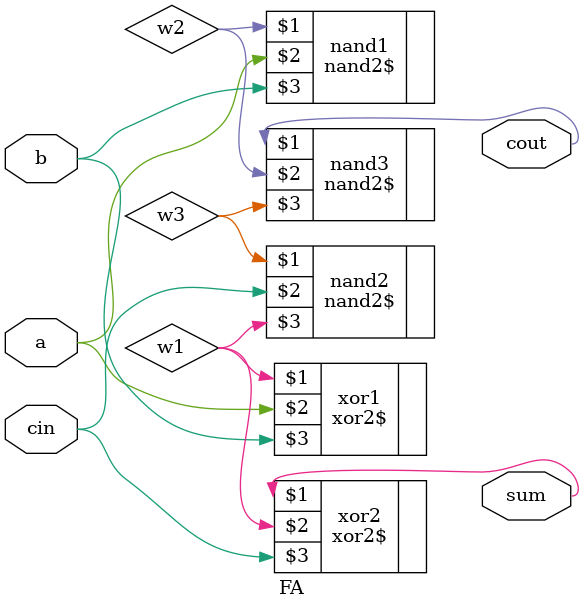
<source format=v>
module FA (
   input a,
   input b,
   input cin,
   output sum,	
   output cout
);

wire w1,w2,w3;

xor2$ xor1(w1, a, b);
xor2$ xor2(sum, w1, cin);

nand2$ nand1 (w2,a, b);
nand2$ nand2 (w3,cin, w1);
nand2$ nand3 (cout,w2, w3);
   
endmodule

</source>
